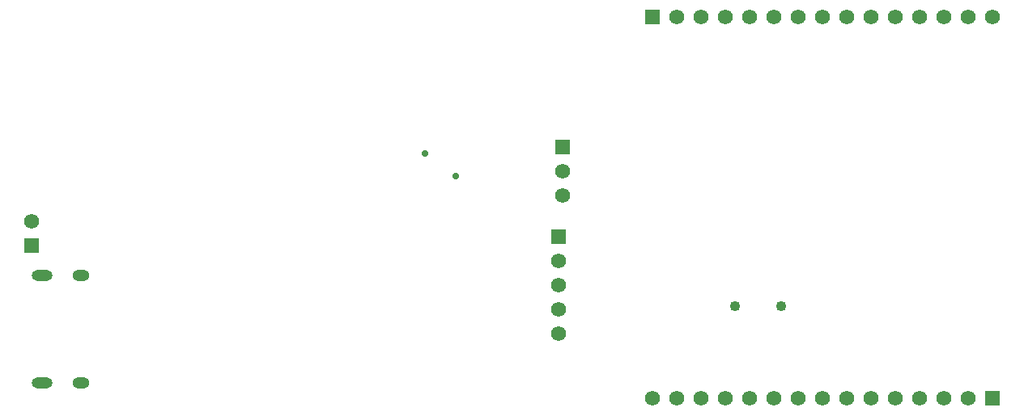
<source format=gbs>
G04*
G04 #@! TF.GenerationSoftware,Altium Limited,Altium Designer,22.0.2 (36)*
G04*
G04 Layer_Color=16711935*
%FSLAX25Y25*%
%MOIN*%
G70*
G04*
G04 #@! TF.SameCoordinates,42502384-103D-4A38-82C6-637D6536F92D*
G04*
G04*
G04 #@! TF.FilePolarity,Negative*
G04*
G01*
G75*
%ADD57O,0.06992X0.04630*%
%ADD58O,0.08567X0.04630*%
%ADD59R,0.06205X0.06205*%
%ADD60C,0.06205*%
%ADD61R,0.06205X0.06205*%
%ADD62C,0.04264*%
%ADD63C,0.02799*%
D57*
X27590Y19374D02*
D03*
Y63626D02*
D03*
D58*
X11841Y19374D02*
D03*
Y63626D02*
D03*
D59*
X224500Y79500D02*
D03*
X226000Y116500D02*
D03*
X7500Y76000D02*
D03*
D60*
X224500Y69500D02*
D03*
Y59500D02*
D03*
Y49500D02*
D03*
Y39500D02*
D03*
X226000Y96500D02*
D03*
Y106500D02*
D03*
X7500Y86000D02*
D03*
X402937Y170303D02*
D03*
X392937D02*
D03*
X382937D02*
D03*
X372937D02*
D03*
X362937D02*
D03*
X352937D02*
D03*
X342937D02*
D03*
X332937D02*
D03*
X322937D02*
D03*
X312937D02*
D03*
X302937D02*
D03*
X292937D02*
D03*
X282937D02*
D03*
X272937D02*
D03*
X262937Y12823D02*
D03*
X272937D02*
D03*
X282937D02*
D03*
X292937D02*
D03*
X302937D02*
D03*
X312937D02*
D03*
X322937D02*
D03*
X332937D02*
D03*
X342937D02*
D03*
X352937D02*
D03*
X362937D02*
D03*
X372937D02*
D03*
X382937D02*
D03*
X392937D02*
D03*
D61*
X262937Y170303D02*
D03*
X402937Y12823D02*
D03*
D62*
X296894Y51000D02*
D03*
X316106D02*
D03*
D63*
X182000Y104500D02*
D03*
X169500Y114000D02*
D03*
M02*

</source>
